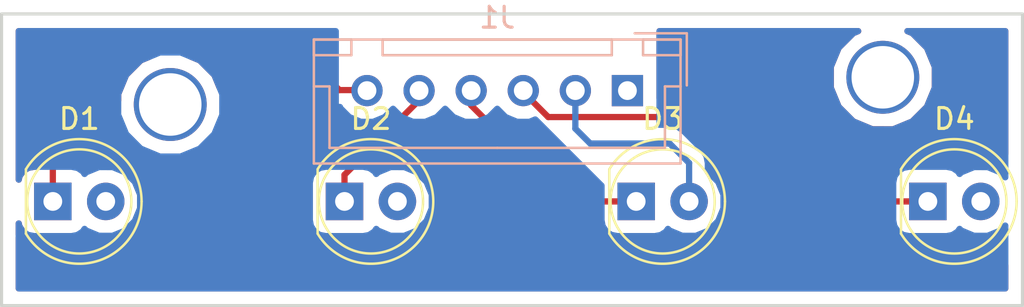
<source format=kicad_pcb>
(kicad_pcb (version 4) (host pcbnew 4.0.7)

  (general
    (links 8)
    (no_connects 3)
    (area 106.604999 100.254999 156.285001 117.135)
    (thickness 1.6)
    (drawings 4)
    (tracks 25)
    (zones 0)
    (modules 5)
    (nets 7)
  )

  (page A4)
  (layers
    (0 F.Cu signal)
    (31 B.Cu signal)
    (32 B.Adhes user)
    (33 F.Adhes user)
    (34 B.Paste user)
    (35 F.Paste user)
    (36 B.SilkS user)
    (37 F.SilkS user)
    (38 B.Mask user)
    (39 F.Mask user)
    (40 Dwgs.User user)
    (41 Cmts.User user)
    (42 Eco1.User user)
    (43 Eco2.User user)
    (44 Edge.Cuts user)
    (45 Margin user)
    (46 B.CrtYd user)
    (47 F.CrtYd user)
    (48 B.Fab user)
    (49 F.Fab user)
  )

  (setup
    (last_trace_width 0.3)
    (trace_clearance 0.3)
    (zone_clearance 0.508)
    (zone_45_only no)
    (trace_min 0.2)
    (segment_width 0.2)
    (edge_width 0.15)
    (via_size 1)
    (via_drill 0.5)
    (via_min_size 0.4)
    (via_min_drill 0.3)
    (uvia_size 0.3)
    (uvia_drill 0.1)
    (uvias_allowed no)
    (uvia_min_size 0.2)
    (uvia_min_drill 0.1)
    (pcb_text_width 0.3)
    (pcb_text_size 1.5 1.5)
    (mod_edge_width 0.15)
    (mod_text_size 1 1)
    (mod_text_width 0.15)
    (pad_size 3.5 3.5)
    (pad_drill 3)
    (pad_to_mask_clearance 0.2)
    (aux_axis_origin 106.68 116.84)
    (visible_elements 7FFFFFFF)
    (pcbplotparams
      (layerselection 0x010f0_80000001)
      (usegerberextensions false)
      (excludeedgelayer true)
      (linewidth 0.100000)
      (plotframeref false)
      (viasonmask false)
      (mode 1)
      (useauxorigin false)
      (hpglpennumber 1)
      (hpglpenspeed 20)
      (hpglpendiameter 15)
      (hpglpenoverlay 2)
      (psnegative false)
      (psa4output false)
      (plotreference true)
      (plotvalue true)
      (plotinvisibletext false)
      (padsonsilk false)
      (subtractmaskfromsilk false)
      (outputformat 1)
      (mirror false)
      (drillshape 0)
      (scaleselection 1)
      (outputdirectory "OUTPUT LED MAU/"))
  )

  (net 0 "")
  (net 1 "Net-(D1-Pad1)")
  (net 2 "Net-(D1-Pad2)")
  (net 3 "Net-(D2-Pad1)")
  (net 4 "Net-(D3-Pad1)")
  (net 5 "Net-(D4-Pad1)")
  (net 6 "Net-(J1-Pad1)")

  (net_class Default "This is the default net class."
    (clearance 0.3)
    (trace_width 0.3)
    (via_dia 1)
    (via_drill 0.5)
    (uvia_dia 0.3)
    (uvia_drill 0.1)
    (add_net "Net-(D1-Pad1)")
    (add_net "Net-(D1-Pad2)")
    (add_net "Net-(D2-Pad1)")
    (add_net "Net-(D3-Pad1)")
    (add_net "Net-(D4-Pad1)")
    (add_net "Net-(J1-Pad1)")
  )

  (module LEDs:LED_D5.0mm (layer F.Cu) (tedit 5995936A) (tstamp 5A66CC12)
    (at 109.46 112)
    (descr "LED, diameter 5.0mm, 2 pins, http://cdn-reichelt.de/documents/datenblatt/A500/LL-504BC2E-009.pdf")
    (tags "LED diameter 5.0mm 2 pins")
    (path /5A66C96A)
    (fp_text reference D1 (at 1.27 -3.96) (layer F.SilkS)
      (effects (font (size 1 1) (thickness 0.15)))
    )
    (fp_text value LED (at 1.27 3.96) (layer F.Fab)
      (effects (font (size 1 1) (thickness 0.15)))
    )
    (fp_arc (start 1.27 0) (end -1.23 -1.469694) (angle 299.1) (layer F.Fab) (width 0.1))
    (fp_arc (start 1.27 0) (end -1.29 -1.54483) (angle 148.9) (layer F.SilkS) (width 0.12))
    (fp_arc (start 1.27 0) (end -1.29 1.54483) (angle -148.9) (layer F.SilkS) (width 0.12))
    (fp_circle (center 1.27 0) (end 3.77 0) (layer F.Fab) (width 0.1))
    (fp_circle (center 1.27 0) (end 3.77 0) (layer F.SilkS) (width 0.12))
    (fp_line (start -1.23 -1.469694) (end -1.23 1.469694) (layer F.Fab) (width 0.1))
    (fp_line (start -1.29 -1.545) (end -1.29 1.545) (layer F.SilkS) (width 0.12))
    (fp_line (start -1.95 -3.25) (end -1.95 3.25) (layer F.CrtYd) (width 0.05))
    (fp_line (start -1.95 3.25) (end 4.5 3.25) (layer F.CrtYd) (width 0.05))
    (fp_line (start 4.5 3.25) (end 4.5 -3.25) (layer F.CrtYd) (width 0.05))
    (fp_line (start 4.5 -3.25) (end -1.95 -3.25) (layer F.CrtYd) (width 0.05))
    (fp_text user %R (at 1.25 0) (layer F.Fab)
      (effects (font (size 0.8 0.8) (thickness 0.2)))
    )
    (pad 1 thru_hole rect (at 0 0) (size 1.8 1.8) (drill 0.9) (layers *.Cu *.Mask)
      (net 1 "Net-(D1-Pad1)"))
    (pad 2 thru_hole circle (at 2.54 0) (size 1.8 1.8) (drill 0.9) (layers *.Cu *.Mask)
      (net 2 "Net-(D1-Pad2)"))
    (model ${KISYS3DMOD}/LEDs.3dshapes/LED_D5.0mm.wrl
      (at (xyz 0 0 0))
      (scale (xyz 0.393701 0.393701 0.393701))
      (rotate (xyz 0 0 0))
    )
  )

  (module LEDs:LED_D5.0mm (layer F.Cu) (tedit 5995936A) (tstamp 5A66CC18)
    (at 123.46 112)
    (descr "LED, diameter 5.0mm, 2 pins, http://cdn-reichelt.de/documents/datenblatt/A500/LL-504BC2E-009.pdf")
    (tags "LED diameter 5.0mm 2 pins")
    (path /5A66C964)
    (fp_text reference D2 (at 1.27 -3.96) (layer F.SilkS)
      (effects (font (size 1 1) (thickness 0.15)))
    )
    (fp_text value LED (at 1.27 3.96) (layer F.Fab)
      (effects (font (size 1 1) (thickness 0.15)))
    )
    (fp_arc (start 1.27 0) (end -1.23 -1.469694) (angle 299.1) (layer F.Fab) (width 0.1))
    (fp_arc (start 1.27 0) (end -1.29 -1.54483) (angle 148.9) (layer F.SilkS) (width 0.12))
    (fp_arc (start 1.27 0) (end -1.29 1.54483) (angle -148.9) (layer F.SilkS) (width 0.12))
    (fp_circle (center 1.27 0) (end 3.77 0) (layer F.Fab) (width 0.1))
    (fp_circle (center 1.27 0) (end 3.77 0) (layer F.SilkS) (width 0.12))
    (fp_line (start -1.23 -1.469694) (end -1.23 1.469694) (layer F.Fab) (width 0.1))
    (fp_line (start -1.29 -1.545) (end -1.29 1.545) (layer F.SilkS) (width 0.12))
    (fp_line (start -1.95 -3.25) (end -1.95 3.25) (layer F.CrtYd) (width 0.05))
    (fp_line (start -1.95 3.25) (end 4.5 3.25) (layer F.CrtYd) (width 0.05))
    (fp_line (start 4.5 3.25) (end 4.5 -3.25) (layer F.CrtYd) (width 0.05))
    (fp_line (start 4.5 -3.25) (end -1.95 -3.25) (layer F.CrtYd) (width 0.05))
    (fp_text user %R (at 1.25 0) (layer F.Fab)
      (effects (font (size 0.8 0.8) (thickness 0.2)))
    )
    (pad 1 thru_hole rect (at 0 0) (size 1.8 1.8) (drill 0.9) (layers *.Cu *.Mask)
      (net 3 "Net-(D2-Pad1)"))
    (pad 2 thru_hole circle (at 2.54 0) (size 1.8 1.8) (drill 0.9) (layers *.Cu *.Mask)
      (net 2 "Net-(D1-Pad2)"))
    (model ${KISYS3DMOD}/LEDs.3dshapes/LED_D5.0mm.wrl
      (at (xyz 0 0 0))
      (scale (xyz 0.393701 0.393701 0.393701))
      (rotate (xyz 0 0 0))
    )
  )

  (module LEDs:LED_D5.0mm (layer F.Cu) (tedit 5995936A) (tstamp 5A66CC1E)
    (at 137.46 112)
    (descr "LED, diameter 5.0mm, 2 pins, http://cdn-reichelt.de/documents/datenblatt/A500/LL-504BC2E-009.pdf")
    (tags "LED diameter 5.0mm 2 pins")
    (path /5A66C90B)
    (fp_text reference D3 (at 1.27 -3.96) (layer F.SilkS)
      (effects (font (size 1 1) (thickness 0.15)))
    )
    (fp_text value LED (at 1.27 3.96) (layer F.Fab)
      (effects (font (size 1 1) (thickness 0.15)))
    )
    (fp_arc (start 1.27 0) (end -1.23 -1.469694) (angle 299.1) (layer F.Fab) (width 0.1))
    (fp_arc (start 1.27 0) (end -1.29 -1.54483) (angle 148.9) (layer F.SilkS) (width 0.12))
    (fp_arc (start 1.27 0) (end -1.29 1.54483) (angle -148.9) (layer F.SilkS) (width 0.12))
    (fp_circle (center 1.27 0) (end 3.77 0) (layer F.Fab) (width 0.1))
    (fp_circle (center 1.27 0) (end 3.77 0) (layer F.SilkS) (width 0.12))
    (fp_line (start -1.23 -1.469694) (end -1.23 1.469694) (layer F.Fab) (width 0.1))
    (fp_line (start -1.29 -1.545) (end -1.29 1.545) (layer F.SilkS) (width 0.12))
    (fp_line (start -1.95 -3.25) (end -1.95 3.25) (layer F.CrtYd) (width 0.05))
    (fp_line (start -1.95 3.25) (end 4.5 3.25) (layer F.CrtYd) (width 0.05))
    (fp_line (start 4.5 3.25) (end 4.5 -3.25) (layer F.CrtYd) (width 0.05))
    (fp_line (start 4.5 -3.25) (end -1.95 -3.25) (layer F.CrtYd) (width 0.05))
    (fp_text user %R (at 1.25 0) (layer F.Fab)
      (effects (font (size 0.8 0.8) (thickness 0.2)))
    )
    (pad 1 thru_hole rect (at 0 0) (size 1.8 1.8) (drill 0.9) (layers *.Cu *.Mask)
      (net 4 "Net-(D3-Pad1)"))
    (pad 2 thru_hole circle (at 2.54 0) (size 1.8 1.8) (drill 0.9) (layers *.Cu *.Mask)
      (net 2 "Net-(D1-Pad2)"))
    (model ${KISYS3DMOD}/LEDs.3dshapes/LED_D5.0mm.wrl
      (at (xyz 0 0 0))
      (scale (xyz 0.393701 0.393701 0.393701))
      (rotate (xyz 0 0 0))
    )
  )

  (module LEDs:LED_D5.0mm (layer F.Cu) (tedit 5995936A) (tstamp 5A66CC24)
    (at 151.46 112)
    (descr "LED, diameter 5.0mm, 2 pins, http://cdn-reichelt.de/documents/datenblatt/A500/LL-504BC2E-009.pdf")
    (tags "LED diameter 5.0mm 2 pins")
    (path /5A66C875)
    (fp_text reference D4 (at 1.27 -3.96) (layer F.SilkS)
      (effects (font (size 1 1) (thickness 0.15)))
    )
    (fp_text value LED (at 1.27 3.96) (layer F.Fab)
      (effects (font (size 1 1) (thickness 0.15)))
    )
    (fp_arc (start 1.27 0) (end -1.23 -1.469694) (angle 299.1) (layer F.Fab) (width 0.1))
    (fp_arc (start 1.27 0) (end -1.29 -1.54483) (angle 148.9) (layer F.SilkS) (width 0.12))
    (fp_arc (start 1.27 0) (end -1.29 1.54483) (angle -148.9) (layer F.SilkS) (width 0.12))
    (fp_circle (center 1.27 0) (end 3.77 0) (layer F.Fab) (width 0.1))
    (fp_circle (center 1.27 0) (end 3.77 0) (layer F.SilkS) (width 0.12))
    (fp_line (start -1.23 -1.469694) (end -1.23 1.469694) (layer F.Fab) (width 0.1))
    (fp_line (start -1.29 -1.545) (end -1.29 1.545) (layer F.SilkS) (width 0.12))
    (fp_line (start -1.95 -3.25) (end -1.95 3.25) (layer F.CrtYd) (width 0.05))
    (fp_line (start -1.95 3.25) (end 4.5 3.25) (layer F.CrtYd) (width 0.05))
    (fp_line (start 4.5 3.25) (end 4.5 -3.25) (layer F.CrtYd) (width 0.05))
    (fp_line (start 4.5 -3.25) (end -1.95 -3.25) (layer F.CrtYd) (width 0.05))
    (fp_text user %R (at 1.25 0) (layer F.Fab)
      (effects (font (size 0.8 0.8) (thickness 0.2)))
    )
    (pad 1 thru_hole rect (at 0 0) (size 1.8 1.8) (drill 0.9) (layers *.Cu *.Mask)
      (net 5 "Net-(D4-Pad1)"))
    (pad 2 thru_hole circle (at 2.54 0) (size 1.8 1.8) (drill 0.9) (layers *.Cu *.Mask)
      (net 2 "Net-(D1-Pad2)"))
    (model ${KISYS3DMOD}/LEDs.3dshapes/LED_D5.0mm.wrl
      (at (xyz 0 0 0))
      (scale (xyz 0.393701 0.393701 0.393701))
      (rotate (xyz 0 0 0))
    )
  )

  (module Connectors_JST:JST_XH_B06B-XH-A_06x2.50mm_Straight (layer B.Cu) (tedit 5A40DF9A) (tstamp 5A66CC2E)
    (at 137.04 106.68 180)
    (descr "JST XH series connector, B06B-XH-A, top entry type, through hole")
    (tags "connector jst xh tht top vertical 2.50mm")
    (path /5A66C7DD)
    (fp_text reference J1 (at 6.25 3.5 180) (layer B.SilkS)
      (effects (font (size 1 1) (thickness 0.15)) (justify mirror))
    )
    (fp_text value Conn_01x06 (at 6.25 -4.5 180) (layer B.Fab)
      (effects (font (size 1 1) (thickness 0.15)) (justify mirror))
    )
    (fp_line (start -2.45 2.35) (end -2.45 -3.4) (layer B.Fab) (width 0.1))
    (fp_line (start -2.45 -3.4) (end 14.95 -3.4) (layer B.Fab) (width 0.1))
    (fp_line (start 14.95 -3.4) (end 14.95 2.35) (layer B.Fab) (width 0.1))
    (fp_line (start 14.95 2.35) (end -2.45 2.35) (layer B.Fab) (width 0.1))
    (fp_line (start -2.95 2.85) (end -2.95 -3.9) (layer B.CrtYd) (width 0.05))
    (fp_line (start -2.95 -3.9) (end 15.45 -3.9) (layer B.CrtYd) (width 0.05))
    (fp_line (start 15.45 -3.9) (end 15.45 2.85) (layer B.CrtYd) (width 0.05))
    (fp_line (start 15.45 2.85) (end -2.95 2.85) (layer B.CrtYd) (width 0.05))
    (fp_line (start -2.55 2.45) (end -2.55 -3.5) (layer B.SilkS) (width 0.12))
    (fp_line (start -2.55 -3.5) (end 15.05 -3.5) (layer B.SilkS) (width 0.12))
    (fp_line (start 15.05 -3.5) (end 15.05 2.45) (layer B.SilkS) (width 0.12))
    (fp_line (start 15.05 2.45) (end -2.55 2.45) (layer B.SilkS) (width 0.12))
    (fp_line (start 0.75 2.45) (end 0.75 1.7) (layer B.SilkS) (width 0.12))
    (fp_line (start 0.75 1.7) (end 11.75 1.7) (layer B.SilkS) (width 0.12))
    (fp_line (start 11.75 1.7) (end 11.75 2.45) (layer B.SilkS) (width 0.12))
    (fp_line (start 11.75 2.45) (end 0.75 2.45) (layer B.SilkS) (width 0.12))
    (fp_line (start -2.55 2.45) (end -2.55 1.7) (layer B.SilkS) (width 0.12))
    (fp_line (start -2.55 1.7) (end -0.75 1.7) (layer B.SilkS) (width 0.12))
    (fp_line (start -0.75 1.7) (end -0.75 2.45) (layer B.SilkS) (width 0.12))
    (fp_line (start -0.75 2.45) (end -2.55 2.45) (layer B.SilkS) (width 0.12))
    (fp_line (start 13.25 2.45) (end 13.25 1.7) (layer B.SilkS) (width 0.12))
    (fp_line (start 13.25 1.7) (end 15.05 1.7) (layer B.SilkS) (width 0.12))
    (fp_line (start 15.05 1.7) (end 15.05 2.45) (layer B.SilkS) (width 0.12))
    (fp_line (start 15.05 2.45) (end 13.25 2.45) (layer B.SilkS) (width 0.12))
    (fp_line (start -2.55 0.2) (end -1.8 0.2) (layer B.SilkS) (width 0.12))
    (fp_line (start -1.8 0.2) (end -1.8 -2.75) (layer B.SilkS) (width 0.12))
    (fp_line (start -1.8 -2.75) (end 6.25 -2.75) (layer B.SilkS) (width 0.12))
    (fp_line (start 15.05 0.2) (end 14.3 0.2) (layer B.SilkS) (width 0.12))
    (fp_line (start 14.3 0.2) (end 14.3 -2.75) (layer B.SilkS) (width 0.12))
    (fp_line (start 14.3 -2.75) (end 6.25 -2.75) (layer B.SilkS) (width 0.12))
    (fp_line (start -0.35 2.75) (end -2.85 2.75) (layer B.SilkS) (width 0.12))
    (fp_line (start -2.85 2.75) (end -2.85 0.25) (layer B.SilkS) (width 0.12))
    (fp_line (start -0.35 2.75) (end -2.85 2.75) (layer B.Fab) (width 0.1))
    (fp_line (start -2.85 2.75) (end -2.85 0.25) (layer B.Fab) (width 0.1))
    (fp_text user %R (at 6.23 -2.5 180) (layer B.Fab)
      (effects (font (size 1 1) (thickness 0.15)) (justify mirror))
    )
    (pad 1 thru_hole rect (at 0 0 180) (size 1.5 1.5) (drill 0.9) (layers *.Cu *.Mask)
      (net 6 "Net-(J1-Pad1)"))
    (pad 2 thru_hole circle (at 2.5 0 180) (size 1.5 1.5) (drill 0.9) (layers *.Cu *.Mask)
      (net 2 "Net-(D1-Pad2)"))
    (pad 3 thru_hole circle (at 5 0 180) (size 1.5 1.5) (drill 0.9) (layers *.Cu *.Mask)
      (net 5 "Net-(D4-Pad1)"))
    (pad 4 thru_hole circle (at 7.5 0 180) (size 1.5 1.5) (drill 0.9) (layers *.Cu *.Mask)
      (net 4 "Net-(D3-Pad1)"))
    (pad 5 thru_hole circle (at 10 0 180) (size 1.5 1.5) (drill 0.9) (layers *.Cu *.Mask)
      (net 3 "Net-(D2-Pad1)"))
    (pad 6 thru_hole circle (at 12.5 0 180) (size 1.5 1.5) (drill 0.9) (layers *.Cu *.Mask)
      (net 1 "Net-(D1-Pad1)"))
    (model Connectors_JST.3dshapes/JST_XH_B06B-XH-A_06x2.50mm_Straight.wrl
      (at (xyz 0 0 0))
      (scale (xyz 1 1 1))
      (rotate (xyz 0 0 0))
    )
  )

  (gr_line (start 107 117) (end 107 103) (layer Edge.Cuts) (width 0.15))
  (gr_line (start 156 117) (end 107 117) (layer Edge.Cuts) (width 0.15))
  (gr_line (start 156 103) (end 156 117) (layer Edge.Cuts) (width 0.15))
  (gr_line (start 107 103) (end 156 103) (layer Edge.Cuts) (width 0.15))

  (via (at 115.096067 107.347512) (size 3.5) (drill 3) (layers F.Cu B.Cu) (net 0))
  (via (at 149.297259 106.041385) (size 3.5) (drill 3) (layers F.Cu B.Cu) (net 0))
  (segment (start 109.46 112) (end 109.46 107.258035) (width 0.3) (layer F.Cu) (net 1))
  (segment (start 109.46 107.258035) (end 112.563279 104.154756) (width 0.3) (layer F.Cu) (net 1))
  (segment (start 112.563279 104.154756) (end 120.714304 104.154756) (width 0.3) (layer F.Cu) (net 1))
  (segment (start 120.714304 104.154756) (end 123.214774 106.655226) (width 0.3) (layer F.Cu) (net 1))
  (segment (start 123.214774 106.655226) (end 124.539157 106.655226) (width 0.3) (layer F.Cu) (net 1))
  (segment (start 140 112) (end 140 110.155) (width 0.3) (layer B.Cu) (net 2))
  (segment (start 140 110.155) (end 139.065 109.22) (width 0.3) (layer B.Cu) (net 2))
  (segment (start 134.54 108.505) (end 134.54 106.68) (width 0.3) (layer B.Cu) (net 2))
  (segment (start 139.065 109.22) (end 135.255 109.22) (width 0.3) (layer B.Cu) (net 2))
  (segment (start 135.255 109.22) (end 134.54 108.505) (width 0.3) (layer B.Cu) (net 2))
  (segment (start 123.46 112) (end 123.46 110.721686) (width 0.3) (layer F.Cu) (net 3))
  (segment (start 123.46 110.721686) (end 127.051944 107.129742) (width 0.3) (layer F.Cu) (net 3))
  (segment (start 127.051944 107.129742) (end 127.051944 106.632546) (width 0.3) (layer F.Cu) (net 3))
  (segment (start 137.46 112) (end 134.151009 112) (width 0.3) (layer F.Cu) (net 4))
  (segment (start 134.151009 112) (end 129.54 107.388991) (width 0.3) (layer F.Cu) (net 4))
  (segment (start 129.54 107.388991) (end 129.54 106.750479) (width 0.3) (layer F.Cu) (net 4))
  (segment (start 129.54 106.750479) (end 129.555065 106.735414) (width 0.3) (layer F.Cu) (net 4))
  (segment (start 151.46 112) (end 148.533358 112) (width 0.3) (layer F.Cu) (net 5))
  (segment (start 148.533358 112) (end 144.483358 107.95) (width 0.3) (layer F.Cu) (net 5))
  (segment (start 144.483358 107.95) (end 133.238484 107.95) (width 0.3) (layer F.Cu) (net 5))
  (segment (start 133.238484 107.95) (end 132.246779 106.958295) (width 0.3) (layer F.Cu) (net 5))
  (segment (start 132.246779 106.958295) (end 132.246779 106.941151) (width 0.3) (layer F.Cu) (net 5))
  (segment (start 132.246779 106.941151) (end 132.075332 106.769704) (width 0.3) (layer F.Cu) (net 5))

  (zone (net 0) (net_name "") (layer F.Cu) (tstamp 0) (hatch edge 0.508)
    (connect_pads (clearance 0.6))
    (min_thickness 0.3)
    (fill yes (arc_segments 16) (thermal_gap 0.508) (thermal_bridge_width 0.508))
    (polygon
      (pts
        (xy 107 103) (xy 156 103) (xy 156 117) (xy 107 117)
      )
    )
    (filled_polygon
      (pts
        (xy 107.842479 113.769591) (xy 107.891642 113.803182) (xy 107.95 113.815) (xy 110.975 113.815) (xy 110.975 114.935)
        (xy 110.985258 114.989519) (xy 111.017479 115.039591) (xy 111.066642 115.073182) (xy 111.125 115.085) (xy 155.175 115.085)
        (xy 155.175 116.175) (xy 107.825 116.175) (xy 107.825 113.742428)
      )
    )
    (filled_polygon
      (pts
        (xy 107.847604 113.177933) (xy 107.961299 113.354621) (xy 107.825 113.581786) (xy 107.825 113.057804)
      )
    )
    (filled_polygon
      (pts
        (xy 108.823604 106.621639) (xy 108.628508 106.91362) (xy 108.56 107.258035) (xy 108.56 110.335307) (xy 108.282067 110.387604)
        (xy 108.026802 110.551862) (xy 107.855554 110.802492) (xy 107.825 110.953372) (xy 107.825 103.825) (xy 111.620243 103.825)
      )
    )
    (filled_polygon
      (pts
        (xy 147.882973 103.920752) (xy 147.179098 104.6234) (xy 146.797694 105.541923) (xy 146.796826 106.536484) (xy 147.176626 107.455671)
        (xy 147.879274 108.159546) (xy 148.797797 108.54095) (xy 149.792358 108.541818) (xy 150.711545 108.162018) (xy 151.41542 107.45937)
        (xy 151.796824 106.540847) (xy 151.797692 105.546286) (xy 151.417892 104.627099) (xy 150.715244 103.923224) (xy 150.478694 103.825)
        (xy 155.175 103.825) (xy 155.175 109.705) (xy 147.51115 109.705) (xy 145.119754 107.313604) (xy 144.827773 107.118508)
        (xy 144.483358 107.05) (xy 138.58 107.05) (xy 138.58 103.825) (xy 148.114711 103.825)
      )
    )
    (filled_polygon
      (pts
        (xy 144.965566 109.705) (xy 144.821547 109.705) (xy 143.396547 108.85) (xy 144.110566 108.85)
      )
    )
    (filled_polygon
      (pts
        (xy 113.681781 105.226879) (xy 112.977906 105.929527) (xy 112.596502 106.84805) (xy 112.596242 107.146327) (xy 110.412826 108.456376)
        (xy 110.377363 108.485939) (xy 110.36 108.516156) (xy 110.36 107.630827) (xy 112.936071 105.054756) (xy 114.098351 105.054756)
      )
    )
    (filled_polygon
      (pts
        (xy 121.816756 106.53) (xy 117.463282 106.53) (xy 117.2167 105.933226) (xy 116.514052 105.229351) (xy 116.09358 105.054756)
        (xy 120.341512 105.054756)
      )
    )
    (filled_polygon
      (pts
        (xy 122.405 104.57266) (xy 121.65734 103.825) (xy 122.405 103.825)
      )
    )
  )
  (zone (net 0) (net_name "") (layer B.Cu) (tstamp 0) (hatch edge 0.508)
    (connect_pads (clearance 0.6))
    (min_thickness 0.3)
    (fill yes (arc_segments 16) (thermal_gap 0.508) (thermal_bridge_width 0.508))
    (polygon
      (pts
        (xy 107 103) (xy 156 103) (xy 156 117) (xy 107 117)
      )
    )
    (filled_polygon
      (pts
        (xy 123.04 106.679264) (xy 123.03974 106.977059) (xy 123.04 106.977688) (xy 123.04 107.315) (xy 123.050258 107.369519)
        (xy 123.082479 107.419591) (xy 123.131642 107.453182) (xy 123.19 107.465) (xy 123.241353 107.465) (xy 123.26762 107.528572)
        (xy 123.689209 107.950897) (xy 124.240323 108.179739) (xy 124.837059 108.18026) (xy 125.388572 107.95238) (xy 125.79033 107.551322)
        (xy 126.189209 107.950897) (xy 126.740323 108.179739) (xy 127.337059 108.18026) (xy 127.888572 107.95238) (xy 128.29033 107.551322)
        (xy 128.689209 107.950897) (xy 129.240323 108.179739) (xy 129.837059 108.18026) (xy 130.388572 107.95238) (xy 130.79033 107.551322)
        (xy 131.189209 107.950897) (xy 131.740323 108.179739) (xy 132.337059 108.18026) (xy 132.617325 108.064457) (xy 135.783934 111.231066)
        (xy 135.795307 111.238722) (xy 135.795307 112.9) (xy 135.847604 113.177933) (xy 136.011862 113.433198) (xy 136.262492 113.604446)
        (xy 136.56 113.664693) (xy 138.36 113.664693) (xy 138.637933 113.612396) (xy 138.893198 113.448138) (xy 138.982998 113.316712)
        (xy 139.06413 113.397986) (xy 139.670355 113.649713) (xy 140.326765 113.650285) (xy 140.933429 113.399617) (xy 141.397986 112.93587)
        (xy 141.649713 112.329645) (xy 141.650285 111.673235) (xy 141.399617 111.066571) (xy 140.93587 110.602014) (xy 140.9 110.587119)
        (xy 140.9 110.155) (xy 140.831492 109.810585) (xy 140.636396 109.518604) (xy 139.701396 108.583604) (xy 139.409415 108.388508)
        (xy 139.065 108.32) (xy 138.58 108.32) (xy 138.58 103.825) (xy 148.114711 103.825) (xy 147.882973 103.920752)
        (xy 147.179098 104.6234) (xy 146.797694 105.541923) (xy 146.796826 106.536484) (xy 147.176626 107.455671) (xy 147.879274 108.159546)
        (xy 148.797797 108.54095) (xy 149.792358 108.541818) (xy 150.711545 108.162018) (xy 151.41542 107.45937) (xy 151.796824 106.540847)
        (xy 151.797692 105.546286) (xy 151.417892 104.627099) (xy 150.715244 103.923224) (xy 150.478694 103.825) (xy 155.175 103.825)
        (xy 155.175 110.841562) (xy 154.93587 110.602014) (xy 154.329645 110.350287) (xy 153.673235 110.349715) (xy 153.066571 110.600383)
        (xy 152.983261 110.683547) (xy 152.908138 110.566802) (xy 152.657508 110.395554) (xy 152.36 110.335307) (xy 150.56 110.335307)
        (xy 150.282067 110.387604) (xy 150.026802 110.551862) (xy 149.855554 110.802492) (xy 149.795307 111.1) (xy 149.795307 112.9)
        (xy 149.847604 113.177933) (xy 150.011862 113.433198) (xy 150.262492 113.604446) (xy 150.56 113.664693) (xy 152.36 113.664693)
        (xy 152.637933 113.612396) (xy 152.893198 113.448138) (xy 152.982998 113.316712) (xy 153.06413 113.397986) (xy 153.670355 113.649713)
        (xy 154.326765 113.650285) (xy 154.933429 113.399617) (xy 155.175 113.158467) (xy 155.175 116.175) (xy 107.825 116.175)
        (xy 107.825 113.057804) (xy 107.847604 113.177933) (xy 108.011862 113.433198) (xy 108.262492 113.604446) (xy 108.56 113.664693)
        (xy 110.36 113.664693) (xy 110.637933 113.612396) (xy 110.893198 113.448138) (xy 110.982998 113.316712) (xy 111.06413 113.397986)
        (xy 111.670355 113.649713) (xy 112.326765 113.650285) (xy 112.933429 113.399617) (xy 113.397986 112.93587) (xy 113.649713 112.329645)
        (xy 113.650285 111.673235) (xy 113.41343 111.1) (xy 121.795307 111.1) (xy 121.795307 112.9) (xy 121.847604 113.177933)
        (xy 122.011862 113.433198) (xy 122.262492 113.604446) (xy 122.56 113.664693) (xy 124.36 113.664693) (xy 124.637933 113.612396)
        (xy 124.893198 113.448138) (xy 124.982998 113.316712) (xy 125.06413 113.397986) (xy 125.670355 113.649713) (xy 126.326765 113.650285)
        (xy 126.933429 113.399617) (xy 127.397986 112.93587) (xy 127.649713 112.329645) (xy 127.650285 111.673235) (xy 127.399617 111.066571)
        (xy 126.93587 110.602014) (xy 126.329645 110.350287) (xy 125.673235 110.349715) (xy 125.066571 110.600383) (xy 124.983261 110.683547)
        (xy 124.908138 110.566802) (xy 124.657508 110.395554) (xy 124.36 110.335307) (xy 122.56 110.335307) (xy 122.282067 110.387604)
        (xy 122.026802 110.551862) (xy 121.855554 110.802492) (xy 121.795307 111.1) (xy 113.41343 111.1) (xy 113.399617 111.066571)
        (xy 112.93587 110.602014) (xy 112.329645 110.350287) (xy 111.673235 110.349715) (xy 111.066571 110.600383) (xy 110.983261 110.683547)
        (xy 110.908138 110.566802) (xy 110.657508 110.395554) (xy 110.36 110.335307) (xy 108.56 110.335307) (xy 108.282067 110.387604)
        (xy 108.026802 110.551862) (xy 107.855554 110.802492) (xy 107.825 110.953372) (xy 107.825 107.842611) (xy 112.595634 107.842611)
        (xy 112.975434 108.761798) (xy 113.678082 109.465673) (xy 114.596605 109.847077) (xy 115.591166 109.847945) (xy 116.510353 109.468145)
        (xy 117.214228 108.765497) (xy 117.595632 107.846974) (xy 117.5965 106.852413) (xy 117.2167 105.933226) (xy 116.514052 105.229351)
        (xy 115.595529 104.847947) (xy 114.600968 104.847079) (xy 113.681781 105.226879) (xy 112.977906 105.929527) (xy 112.596502 106.84805)
        (xy 112.595634 107.842611) (xy 107.825 107.842611) (xy 107.825 103.825) (xy 123.04 103.825)
      )
    )
  )
  (zone (net 0) (net_name "") (layer F.Cu) (tstamp 0) (hatch edge 0.508)
    (connect_pads (clearance 0.508))
    (min_thickness 0.254)
    (keepout (tracks allowed) (vias allowed) (copperpour not_allowed))
    (fill (arc_segments 16) (thermal_gap 0.508) (thermal_bridge_width 0.508))
    (polygon
      (pts
        (xy 107.95 113.665) (xy 111.125 113.665) (xy 111.125 114.935) (xy 155.575 114.935) (xy 155.575 109.855)
        (xy 144.78 109.855) (xy 141.605 107.95) (xy 135.89 107.95) (xy 138.43 107.315) (xy 138.43 104.775)
        (xy 138.43 102.87) (xy 122.555 102.87) (xy 122.555 106.68) (xy 113.665 106.68) (xy 110.49 108.585)
        (xy 109.855 110.49)
      )
    )
  )
  (zone (net 0) (net_name "") (layer B.Cu) (tstamp 0) (hatch edge 0.508)
    (connect_pads (clearance 0.508))
    (min_thickness 0.254)
    (keepout (tracks allowed) (vias allowed) (copperpour not_allowed))
    (fill (arc_segments 16) (thermal_gap 0.508) (thermal_bridge_width 0.508))
    (polygon
      (pts
        (xy 135.89 111.125) (xy 132.08 107.315) (xy 123.19 107.315) (xy 123.19 102.87) (xy 138.43 102.87)
        (xy 138.43 108.585) (xy 139.065 109.855) (xy 139.065 111.125)
      )
    )
  )
)

</source>
